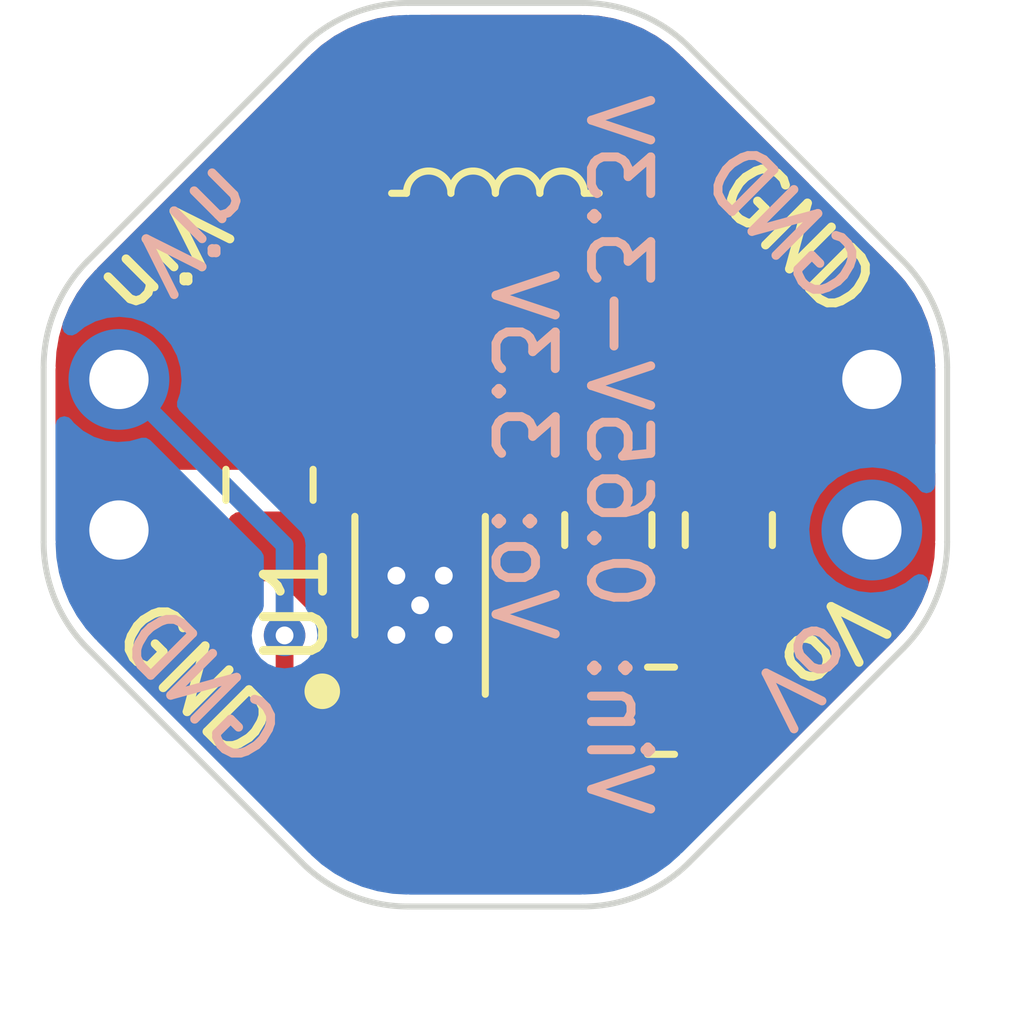
<source format=kicad_pcb>
(kicad_pcb (version 20211014) (generator pcbnew)
  (layers (0 "F.Cu" signal) (31 "B.Cu" signal) (34 "B.Paste" user) (35 "F.Paste" user) (36 "B.SilkS" user "B.Silkscreen") (37 "F.SilkS" user "F.Silkscreen") (38 "B.Mask" user) (39 "F.Mask" user) (44 "Edge.Cuts" user))
  (net 0 "")
  (net 1 "Net-(C2-Pad2)")
  (net 2 "Net-(R1-Pad2)")
  (net 3 "GND")
  (net 4 "Net-(C1-Pad2)")
  (net 6 "Net-(L1-Pad2)")
  (footprint "Capacitor_SMD:C_0805_2012Metric_Pad1.18x1.45mm_HandSolder" (layer "F.Cu") (at 163.83 105.918 90)
    (fp_text reference "C1" hide)
    (fp_text value "10µF")
    (fp_line (start -0.261252 -0.735) (end 0.261252 -0.735) (layer "F.SilkS") (width 0.12))
    (fp_line (start -0.261252 0.735) (end 0.261252 0.735) (layer "F.SilkS") (width 0.12))
    (pad "1" smd roundrect locked (at -1.0375 0 90) (size 1.175 1.45) (layers "F.Cu" "F.Paste" "F.Mask") (roundrect_rratio 0.212766) (net 3 "GND"))
    (pad "2" smd roundrect locked (at 1.0375 0 90) (size 1.175 1.45) (layers "F.Cu" "F.Paste" "F.Mask") (roundrect_rratio 0.212766) (net 4 "Net-(C1-Pad2)"))
  )
  (footprint "Capacitor_SMD:C_0805_2012Metric_Pad1.18x1.45mm_HandSolder" (layer "F.Cu") (at 171.577 106.68 -90)
    (fp_text reference "C2" hide)
    (fp_text value "10µF")
    (fp_line (start -0.261252 0.735) (end 0.261252 0.735) (layer "F.SilkS") (width 0.12))
    (fp_line (start -0.261252 -0.735) (end 0.261252 -0.735) (layer "F.SilkS") (width 0.12))
    (pad "1" smd roundrect locked (at -1.0375 0 270) (size 1.175 1.45) (layers "F.Cu" "F.Paste" "F.Mask") (roundrect_rratio 0.212766) (net 3 "GND"))
    (pad "2" smd roundrect locked (at 1.0375 0 270) (size 1.175 1.45) (layers "F.Cu" "F.Paste" "F.Mask") (roundrect_rratio 0.212766) (net 1 "Net-(C2-Pad2)"))
  )
  (footprint "Capacitor_SMD:C_0805_2012Metric_Pad1.18x1.45mm_HandSolder" (layer "F.Cu") (at 169.545 106.68 -90)
    (fp_text reference "C3" hide)
    (fp_text value "10µF")
    (fp_line (start -0.261252 0.735) (end 0.261252 0.735) (layer "F.SilkS") (width 0.12))
    (fp_line (start -0.261252 -0.735) (end 0.261252 -0.735) (layer "F.SilkS") (width 0.12))
    (pad "1" smd roundrect locked (at -1.0375 0 270) (size 1.175 1.45) (layers "F.Cu" "F.Paste" "F.Mask") (roundrect_rratio 0.212766) (net 3 "GND"))
    (pad "2" smd roundrect locked (at 1.0375 0 270) (size 1.175 1.45) (layers "F.Cu" "F.Paste" "F.Mask") (roundrect_rratio 0.212766) (net 1 "Net-(C2-Pad2)"))
  )
  (footprint "Resistor_SMD:R_0805_2012Metric_Pad1.20x1.40mm_HandSolder" (layer "F.Cu") (at 170.434 109.728 180)
    (fp_text reference "R1" hide)
    (fp_text value "10k")
    (fp_line (start -0.227064 -0.735) (end 0.227064 -0.735) (layer "F.SilkS") (width 0.12))
    (fp_line (start -0.227064 0.735) (end 0.227064 0.735) (layer "F.SilkS") (width 0.12))
    (pad "1" smd roundrect locked (at -1 0 180) (size 1.2 1.4) (layers "F.Cu" "F.Paste" "F.Mask") (roundrect_rratio 0.208333) (net 1 "Net-(C2-Pad2)"))
    (pad "2" smd roundrect locked (at 1 0 180) (size 1.2 1.4) (layers "F.Cu" "F.Paste" "F.Mask") (roundrect_rratio 0.208333) (net 2 "Net-(R1-Pad2)"))
  )
  (footprint "3V3_boost_regulator:DFN8_2x3mm_P0.5mm_EP1.45x1.75mm_hand_solder" (layer "F.Cu") (at 166.37 107.95 90)
    (fp_text reference "U1" (at 0 -2.1 90) (layer "F.SilkS"))
    (fp_text value "MCP1642B/D-33I")
    (fp_line (start 1.5 1.1) (end -1.5 1.1) (layer "F.SilkS") (width 0.12))
    (fp_line (start 1.5 -1.1) (end -0.5 -1.1) (layer "F.SilkS") (width 0.12))
    (fp_circle (center -1.45 -1.65) (end -1.45 -1.35) (layer "F.SilkS") (width 0) (fill solid))
    (pad "1" smd rect (at -2.32 -0.75 90) (size 2.49 0.3) (layers "F.Cu" "F.Paste" "F.Mask") (net 4 "Net-(C1-Pad2)"))
    (pad "2" smd rect (at -2.32 -0.25 90) (size 2.49 0.3) (layers "F.Cu" "F.Paste" "F.Mask"))
    (pad "3" smd rect (at -2.32 0.25 90) (size 2.49 0.3) (layers "F.Cu" "F.Paste" "F.Mask") (net 2 "Net-(R1-Pad2)"))
    (pad "4" smd rect (at -2.32 0.75 90) (size 2.49 0.3) (layers "F.Cu" "F.Paste" "F.Mask") (net 1 "Net-(C2-Pad2)"))
    (pad "5" smd rect (at 2.32 0.75 90) (size 2.49 0.3) (layers "F.Cu" "F.Paste" "F.Mask") (net 6 "Net-(L1-Pad2)"))
    (pad "6" smd rect (at 2.32 0.25 90) (size 2.49 0.3) (layers "F.Cu" "F.Paste" "F.Mask") (net 3 "GND"))
    (pad "7" smd rect (at 2.32 -0.25 90) (size 2.49 0.3) (layers "F.Cu" "F.Paste" "F.Mask") (net 3 "GND"))
    (pad "8" smd rect (at 2.32 -0.75 90) (size 2.49 0.3) (layers "F.Cu" "F.Paste" "F.Mask") (net 4 "Net-(C1-Pad2)"))
    (pad "9" thru_hole circle (at 0 0 90) (size 0.6 0.6) (drill 0.3) (layers *.Cu *.Mask) (net 3 "GND"))
    (pad "9" thru_hole circle (at -0.5 0.4 90) (size 0.6 0.6) (drill 0.3) (layers *.Cu *.Mask) (net 3 "GND"))
    (pad "9" thru_hole circle (at 0.5 -0.4 90) (size 0.6 0.6) (drill 0.3) (layers *.Cu *.Mask) (net 3 "GND"))
    (pad "9" thru_hole circle (at 0.5 0.4 90) (size 0.6 0.6) (drill 0.3) (layers *.Cu *.Mask) (net 3 "GND"))
    (pad "9" smd rect (at 0 0 90) (size 1.75 1.45) (layers "B.Cu" "B.Mask") (net 3 "GND"))
    (pad "9" thru_hole circle (at -0.5 -0.4 90) (size 0.6 0.6) (drill 0.3) (layers *.Cu *.Mask) (net 3 "GND"))
    (pad "9" smd rect (at 0 0 90) (size 1.75 1.45) (layers "F.Cu" "F.Mask") (net 3 "GND"))
  )
  (footprint "3V3_boost_regulator:B82462A4" (layer "F.Cu") (at 167.64 101)
    (fp_text reference "L1" hide)
    (fp_text value "4.7µH")
    (fp_line (start -1.5 0) (end -1.75 0) (layer "F.SilkS") (width 0.12))
    (fp_line (start 1.5 0) (end 1.75 0) (layer "F.SilkS") (width 0.12))
    (fp_arc (start -0.75 0) (mid -0.375 -0.375) (end 0 0) (layer "F.SilkS") (width 0.12))
    (fp_arc (start 0.75 0) (mid 1.125 -0.375) (end 1.5 0) (layer "F.SilkS") (width 0.12))
    (fp_arc (start -1.5 0) (mid -1.125 -0.375) (end -0.75 0) (layer "F.SilkS") (width 0.12))
    (fp_arc (start 0 0) (mid 0.375 -0.375) (end 0.75 0) (layer "F.SilkS") (width 0.12))
    (pad "1" smd rect (at -2.75 0) (size 1.5 2.4) (layers "F.Cu" "F.Paste" "F.Mask") (net 4 "Net-(C1-Pad2)"))
    (pad "2" smd rect (at 2.75 0) (size 1.5 2.4) (layers "F.Cu" "F.Paste" "F.Mask") (net 6 "Net-(L1-Pad2)"))
  )
  (footprint "Connector_PinHeader_2.54mm:PinHeader_1x02_P2.54mm_Vertical" (layer "B.Cu") (at 173.99 104.14 180)
    (fp_text reference "J2" hide)
    (fp_text value "Output")
    (pad "1" thru_hole rect (at 0 0 180) (size 1.7 1.7) (drill 1) (layers *.Cu *.Mask) (net 3 "GND"))
    (pad "2" thru_hole oval (at 0 -2.54 180) (size 1.7 1.7) (drill 1) (layers *.Cu *.Mask) (net 1 "Net-(C2-Pad2)"))
  )
  (footprint "Connector_PinHeader_2.54mm:PinHeader_1x02_P2.54mm_Vertical" (layer "B.Cu") (at 161.29 106.68)
    (fp_text reference "J1" hide)
    (fp_text value "Input")
    (pad "1" thru_hole rect (at 0 0) (size 1.7 1.7) (drill 1) (layers *.Cu *.Mask) (net 3 "GND"))
    (pad "2" thru_hole oval (at 0 -2.54) (size 1.7 1.7) (drill 1) (layers *.Cu *.Mask) (net 4 "Net-(C1-Pad2)"))
  )
  (gr_arc (start 169.1132 97.79) (mid 170.085216 97.983346) (end 170.909251 98.533949) (layer "Edge.Cuts") (width 0.1))
  (gr_arc (start 164.370749 98.533949) (mid 165.194784 97.983347) (end 166.1668 97.79) (layer "Edge.Cuts") (width 0.1))
  (gr_line (start 160.763949 108.679251) (end 164.370749 112.286051) (layer "Edge.Cuts") (width 0.1))
  (gr_arc (start 174.516051 102.140749) (mid 175.066653 102.964784) (end 175.26 103.9368) (layer "Edge.Cuts") (width 0.1))
  (gr_arc (start 160.02 103.9368) (mid 160.213346 102.964784) (end 160.763949 102.140749) (layer "Edge.Cuts") (width 0.1))
  (gr_line (start 170.909251 112.286051) (end 174.516051 108.679251) (layer "Edge.Cuts") (width 0.1))
  (gr_arc (start 166.1668 113.03) (mid 165.194784 112.836654) (end 164.370749 112.286051) (layer "Edge.Cuts") (width 0.1))
  (gr_line (start 160.02 103.9368) (end 160.02 106.8832) (layer "Edge.Cuts") (width 0.1))
  (gr_arc (start 170.909251 112.286051) (mid 170.085216 112.836653) (end 169.1132 113.03) (layer "Edge.Cuts") (width 0.1))
  (gr_arc (start 175.26 106.8832) (mid 175.066654 107.855216) (end 174.516051 108.679251) (layer "Edge.Cuts") (width 0.1))
  (gr_line (start 175.26 106.8832) (end 175.26 103.9368) (layer "Edge.Cuts") (width 0.1))
  (gr_line (start 164.370749 98.533949) (end 160.763949 102.140749) (layer "Edge.Cuts") (width 0.1))
  (gr_arc (start 160.763949 108.679251) (mid 160.213347 107.855216) (end 160.02 106.8832) (layer "Edge.Cuts") (width 0.1))
  (gr_line (start 166.1668 113.03) (end 169.1132 113.03) (layer "Edge.Cuts") (width 0.1))
  (gr_line (start 169.1132 97.79) (end 166.1668 97.79) (layer "Edge.Cuts") (width 0.1))
  (gr_line (start 174.516051 102.140749) (end 170.909251 98.533949) (layer "Edge.Cuts") (width 0.1))
  (gr_text "GND" (at 162.687 109.347 315) (layer "B.SilkS") (effects (font (size 1 1)) (justify mirror)))
  (gr_text "Vo" (at 172.847 109.093 225) (layer "B.SilkS") (effects (font (size 1 1)) (justify mirror)))
  (gr_text "Vin: 0.65V-3.3V\nVo: 3.3V" (at 168.91 105.41 270) (layer "B.SilkS") (effects (font (size 1 1)) (justify mirror)))
  (gr_text "GND" (at 172.4914 101.5238 315) (layer "B.SilkS") (effects (font (size 1 1)) (justify mirror)))
  (gr_text "Vin" (at 162.56 101.6 225) (layer "B.SilkS") (effects (font (size 1 1)) (justify mirror)))
  (gr_text "Vin" (at 162.052 102.108 225) (layer "F.SilkS") (effects (font (size 1 1))))
  (gr_text "GND" (at 172.72 101.7524 315) (layer "F.SilkS") (effects (font (size 1 1))))
  (gr_text "Vo" (at 173.3042 108.6104 225) (layer "F.SilkS") (effects (font (size 1 1))))
  (gr_text "GND" (at 162.56 109.22 -45) (layer "F.SilkS") (effects (font (size 1 1))))
  (segment (start 167.12 111.748) (end 167.386 112.014) (width 0.3) (layer "F.Cu") (net 1))
  (segment (start 167.12 110.27) (end 167.12 111.748) (width 0.3) (layer "F.Cu") (net 1))
  (segment (start 167.386 112.014) (end 168.148 112.014) (width 0.3) (layer "F.Cu") (net 1))
  (segment (start 168.402 111.76) (end 168.402 108.204) (width 0.3) (layer "F.Cu") (net 1))
  (segment (start 168.402 108.204) (end 168.8885 107.7175) (width 0.3) (layer "F.Cu") (net 1))
  (segment (start 168.148 112.014) (end 168.402 111.76) (width 0.3) (layer "F.Cu") (net 1))
  (segment (start 168.8885 107.7175) (end 169.545 107.7175) (width 0.3) (layer "F.Cu") (net 1))
  (segment (start 167.12352 112.51352) (end 168.41048 112.51352) (width 0.3) (layer "F.Cu") (net 2))
  (segment (start 169.434 111.49) (end 169.434 109.728) (width 0.3) (layer "F.Cu") (net 2))
  (segment (start 168.41048 112.51352) (end 169.434 111.49) (width 0.3) (layer "F.Cu") (net 2))
  (segment (start 166.62 112.01) (end 167.12352 112.51352) (width 0.3) (layer "F.Cu") (net 2))
  (segment (start 166.62 110.27) (end 166.62 112.01) (width 0.3) (layer "F.Cu") (net 2))
  (segment (start 166.62 107.7) (end 166.37 107.95) (width 0.3) (layer "F.Cu") (net 3))
  (segment (start 169.545 105.6425) (end 171.577 105.6425) (width 0.6) (layer "F.Cu") (net 3))
  (segment (start 166.62 105.63) (end 166.62 107.7) (width 0.3) (layer "F.Cu") (net 3))
  (segment (start 166.12 107.7) (end 166.37 107.95) (width 0.3) (layer "F.Cu") (net 3))
  (segment (start 161.5655 106.9555) (end 161.29 106.68) (width 0.6) (layer "F.Cu") (net 3))
  (segment (start 163.83 106.9555) (end 164.8245 107.95) (width 0.6) (layer "F.Cu") (net 3))
  (segment (start 166.12 105.63) (end 166.12 107.7) (width 0.3) (layer "F.Cu") (net 3))
  (segment (start 163.83 106.9555) (end 161.5655 106.9555) (width 0.6) (layer "F.Cu") (net 3))
  (segment (start 164.8245 107.95) (end 166.37 107.95) (width 0.6) (layer "F.Cu") (net 3))
  (segment (start 164.084 111.252) (end 164.846 112.014) (width 0.3) (layer "F.Cu") (net 4))
  (segment (start 164.084 108.458) (end 164.084 111.252) (width 0.3) (layer "F.Cu") (net 4))
  (segment (start 165.354 112.014) (end 165.62 111.748) (width 0.3) (layer "F.Cu") (net 4))
  (segment (start 164.846 112.014) (end 165.354 112.014) (width 0.3) (layer "F.Cu") (net 4))
  (segment (start 165.62 105.63) (end 165.62 103.644) (width 0.3) (layer "F.Cu") (net 4))
  (segment (start 165.62 111.748) (end 165.62 110.27) (width 0.3) (layer "F.Cu") (net 4))
  (via (at 164.084 108.458) (size 0.7) (drill 0.3) (layers "F.Cu" "B.Cu") (net 4))
  (segment (start 164.084 108.458) (end 164.084 106.934) (width 0.3) (layer "B.Cu") (net 4))
  (segment (start 164.084 106.934) (end 161.29 104.14) (width 0.3) (layer "B.Cu") (net 4))
  (segment (start 167.12 105.63) (end 167.12 104.152) (width 0.3) (layer "F.Cu") (net 6))
  (zone (net 4) (net_name "Net-(C1-Pad2)") (layer "F.Cu") (connect_pads yes (clearance 0.2)) (min_thickness 0.3) (fill yes (thermal_gap 0.3) (thermal_bridge_width 0.5) (smoothing fillet) (radius 0.5))
    (polygon (pts (xy 166.37 103.886) (xy 165.354 103.886) (xy 165.354 105.664) (xy 160.02 105.664) (xy 160.02 97.79) (xy 166.37 97.79)))
  )
  (zone (net 1) (net_name "Net-(C2-Pad2)") (layer "F.Cu") (connect_pads yes (clearance 0.2)) (min_thickness 0.3) (fill yes (thermal_gap 0.3) (thermal_bridge_width 0.5) (smoothing fillet) (radius 0.5))
    (polygon (pts (xy 175.26 110.744) (xy 170.18 110.744) (xy 170.18 110.998) (xy 170.18 109.22) (xy 168.656 109.22) (xy 168.656 111.76) (xy 168.148 112.268) (xy 167.64 112.268) (xy 167.64 107.188) (xy 168.402 106.426) (xy 171.45 106.426) (xy 171.45 105.41) (xy 175.26 105.41)))
  )
  (zone (net 3) (net_name "GND") (layer "F.Cu") (priority 2) (connect_pads yes (clearance 0.2)) (min_thickness 0.3) (fill yes (thermal_gap 0.3) (thermal_bridge_width 0.5) (smoothing fillet) (radius 0.5))
    (polygon (pts (xy 175.26 105.41) (xy 168.656 105.41) (xy 168.656 106.172) (xy 167.64 106.172) (xy 167.64 104.648) (xy 168.148 104.14) (xy 171.196 104.14) (xy 173.482 101.854) (xy 175.26 101.854)))
  )
  (zone (net 6) (net_name "Net-(L1-Pad2)") (layer "F.Cu") (priority 1) (connect_pads yes (clearance 0.2)) (min_thickness 0.3) (fill yes (thermal_gap 0.3) (thermal_bridge_width 0.5) (smoothing fillet) (radius 0.5))
    (polygon (pts (xy 172.974 101.854) (xy 170.942 103.886) (xy 167.894 103.886) (xy 167.386 104.394) (xy 166.878 104.394) (xy 166.37 103.886) (xy 166.37 97.79) (xy 172.974 97.79)))
  )
  (zone (net 3) (net_name "GND") (layer "B.Cu") (connect_pads yes (clearance 0.2)) (min_thickness 0.3) (fill yes (thermal_gap 0.3) (thermal_bridge_width 0.5) (smoothing fillet) (radius 0.5))
    (polygon (pts (xy 175.26 113.03) (xy 160.02 113.03) (xy 160.02 97.79) (xy 175.26 97.79)))
  )
)
</source>
